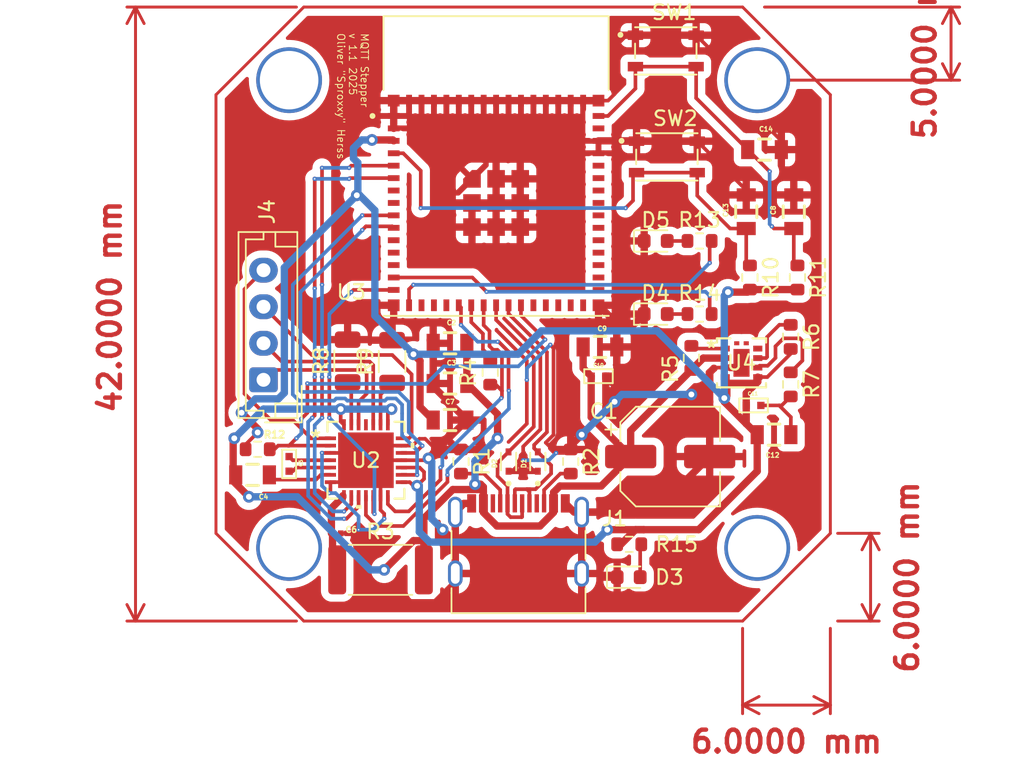
<source format=kicad_pcb>
(kicad_pcb (version 20221018) (generator pcbnew)
  (layers (0 "F.Cu" mixed) (31 "B.Cu" signal) (34 "B.Paste" user) (35 "F.Paste" user) (36 "B.SilkS" user "B.Silkscreen") (37 "F.SilkS" user "F.Silkscreen") (38 "B.Mask" user) (39 "F.Mask" user) (44 "Edge.Cuts" user))
  (net 0 "")
  (net 1 "GND")
  (net 2 "+5V")
  (net 3 "Net-(U2-VCP)")
  (net 4 "Net-(U2-CPI)")
  (net 5 "Net-(U2-CPO)")
  (net 6 "Net-(U2-5VOUT)")
  (net 8 "+3V3")
  (net 9 "Net-(U3-EN)")
  (net 10 "Net-(C11-Pad1)")
  (net 11 "Net-(U3-IO0)")
  (net 12 "DP")
  (net 13 "DM")
  (net 14 "Net-(D3-A)")
  (net 15 "Net-(D4-A)")
  (net 16 "Net-(D5-A)")
  (net 17 "Net-(J1-CC1)")
  (net 19 "Net-(J1-CC2)")
  (net 21 "Net-(J4-Pin_1)")
  (net 22 "Net-(J4-Pin_2)")
  (net 23 "Net-(J4-Pin_3)")
  (net 24 "Net-(J4-Pin_4)")
  (net 25 "Net-(U3-IO17)")
  (net 26 "Net-(U2-PDN_UART)")
  (net 27 "Net-(U4-EN)")
  (net 28 "Net-(U4-PG)")
  (net 29 "Net-(U4-FB)")
  (net 30 "Net-(U2-BRB)")
  (net 31 "Net-(U2-BRA)")
  (net 32 "TMC_EN")
  (net 33 "LED2")
  (net 34 "LED1")
  (net 35 "MS1")
  (net 36 "MS2")
  (net 37 "DIAG")
  (net 38 "INDEX")
  (net 39 "STEP")
  (net 40 "DIR")
  (footprint "Resistor_SMD:R_0603_1608Metric" (layer "F.Cu") (at 129.0375 66.311999 -90)
    (fp_text reference "R7")
    (fp_text value "R 10k" hide)
  )
  (footprint "ExtraModulesSproxx:Capacitor 0805" (layer "F.Cu") (at 105.75 68.75 180)
    (fp_text reference "C7")
    (fp_text value "C 100n" hide)
  )
  (footprint "Resistor_SMD:R_0603_1608Metric" (layer "F.Cu") (at 92.6 70.75 180)
    (fp_text reference "R12")
    (fp_text value "R 10k" hide)
  )
  (footprint "Resistor_SMD:R_1206_3216Metric" (layer "F.Cu") (at 101.79 64.75 90)
    (fp_text reference "R9")
    (fp_text value "R 100m" hide)
  )
  (footprint "ExtraModulesSproxx:C 0603" (layer "F.Cu") (at 98 76.5)
    (fp_text reference "C6")
    (fp_text value "C 10μf" hide)
  )
  (footprint "ExtraModulesSproxx:Capacitor 0805" (layer "F.Cu") (at 127.25 50.25)
    (fp_text reference "C14")
    (fp_text value "C 1uf" hide)
  )
  (footprint "Resistor_SMD:R_0603_1608Metric" (layer "F.Cu") (at 126.25 59 -90)
    (fp_text reference "R10")
    (fp_text value "R 10k" hide)
  )
  (footprint "ExtraModulesSproxx:Capacitor 0402" (layer "F.Cu") (at 126.5 67.75)
    (fp_text reference "C11")
    (fp_text value "C 22uf" hide)
  )
  (footprint "Connector_JST:JST_EH_B4B-EH-A_1x04_P2.50mm_Vertical" (layer "F.Cu") (at 93 66 90)
    (fp_text reference "J4")
    (fp_text value "Conn_01x04_Socket" hide)
  )
  (footprint "Resistor_SMD:R_0603_1608Metric" (layer "F.Cu") (at 129.5 59 -90)
    (fp_text reference "R11")
    (fp_text value "R 4.7k" hide)
  )
  (footprint "ExtraModulesSproxx:Capacitor 0805" (layer "F.Cu") (at 126 54.5 90)
    (fp_text reference "C13")
    (fp_text value "C 0.1μf" hide)
  )
  (footprint "ExtraModulesSproxx:Capacitor 0402" (layer "F.Cu") (at 115.9 65.75)
    (fp_text reference "C10")
    (fp_text value "C 22uf" hide)
  )
  (footprint "Resistor_SMD:R_0603_1608Metric" (layer "F.Cu") (at 114 71.59 -90)
    (fp_text reference "R2")
    (fp_text value "R 5.1K" hide)
  )
  (footprint "LED_SMD:LED_0603_1608Metric" (layer "F.Cu") (at 119.81 56.5)
    (fp_text reference "D5")
    (fp_text value "MQTT")
  )
  (footprint "ExtraModulesSproxx:XCVR_ESP32-S3-MINI-1-N8" (layer "F.Cu") (at 108.9 53.9)
    (fp_text reference "U3")
    (fp_text value "ESP32-S3-MINI-1-N8" hide)
  )
  (footprint "ExtraModulesSproxx:Capacitor 0805" (layer "F.Cu") (at 116 63.75 180)
    (fp_text reference "C9")
    (fp_text value "C 0.1uf" hide)
  )
  (footprint "ExtraModulesSproxx:SW_PTS810_SJM_250_SMTR_LFS" (layer "F.Cu") (at 120.575 50.75)
    (fp_text reference "SW2")
    (fp_text value "SW_Push")
  )
  (footprint "Resistor_SMD:R_2512_6332Metric" (layer "F.Cu") (at 101 79)
    (fp_text reference "R3")
    (fp_text value "R 10" hide)
  )
  (footprint "Resistor_SMD:R_0603_1608Metric" (layer "F.Cu") (at 118 77.25 180)
    (fp_text reference "R15")
    (fp_text value "R 2k" hide)
  )
  (footprint "LED_SMD:LED_0603_1608Metric" (layer "F.Cu") (at 117.9625 79.5)
    (fp_text reference "D3")
    (fp_text value "PWR")
  )
  (footprint "LED_SMD:LED_0603_1608Metric" (layer "F.Cu") (at 119.81 61.5)
    (fp_text reference "D4")
    (fp_text value "WiFi")
  )
  (footprint "Resistor_SMD:R_0603_1608Metric" (layer "F.Cu") (at 122.81 61.5)
    (fp_text reference "R14")
    (fp_text value "R 1k" hide)
  )
  (footprint "Connector_USB:USB_C_Receptacle_G-Switch_GT-USB-7010ASV" (layer "F.Cu") (at 110.43 78.175)
    (fp_text reference "J1")
    (fp_text value "USB_C_Receptacle_USB2.0" hide)
  )
  (footprint "Resistor_SMD:R_0603_1608Metric" (layer "F.Cu") (at 129.0375 63.061999 -90)
    (fp_text reference "R6")
    (fp_text value "R 100k" hide)
  )
  (footprint "Resistor_SMD:R_1206_3216Metric" (layer "F.Cu") (at 98.75 64.7125 90)
    (fp_text reference "R8")
    (fp_text value "R 100m" hide)
  )
  (footprint "ExtraModulesSproxx:TVS_LESD5D5.0CT1G" (layer "F.Cu") (at 109.75 71.59 90)
    (fp_text reference "D2")
    (fp_text value "LESD5D5.0CT1G" hide)
  )
  (footprint "ExtraModulesSproxx:Capacitor 0805" (layer "F.Cu") (at 92.25 72.5 180)
    (fp_text reference "C4")
    (fp_text value "C 100n" hide)
  )
  (footprint "Capacitor_SMD:CP_Elec_6.3x7.7" (layer "F.Cu") (at 120.8 71.25)
    (fp_text reference "C1")
    (fp_text value "C 100μf" hide)
  )
  (footprint "ExtraModulesSproxx:QFN28_5X5_3X8_EPAD_TRI" (layer "F.Cu") (at 100 71.5)
    (fp_text reference "U2")
    (fp_text value "TMC2209-LA-T")
  )
  (footprint "ExtraModulesSproxx:SW_PTS810_SJM_250_SMTR_LFS" (layer "F.Cu") (at 120.5 43.5)
    (fp_text reference "SW1")
    (fp_text value "SW_Push")
  )
  (footprint "ExtraModulesSproxx:Capacitor 0805" (layer "F.Cu") (at 127.9 69.75 180)
    (fp_text reference "C12")
    (fp_text value "C 0.1uf" hide)
  )
  (footprint "ExtraModulesSproxx:Capacitor 0805" (layer "F.Cu") (at 105.75 66.25)
    (fp_text reference "C3")
    (fp_text value "C 100n" hide)
  )
  (footprint "ExtraModulesSproxx:Capacitor 0805" (layer "F.Cu") (at 129.25 54.5 90)
    (fp_text reference "C8")
    (fp_text value "C 0.1uf" hide)
  )
  (footprint "Resistor_SMD:R_0603_1608Metric" (layer "F.Cu") (at 122.81 56.5)
    (fp_text reference "R13")
    (fp_text value "R 1k" hide)
  )
  (footprint "ExtraModulesSproxx:LGA_MPM3612_MNP" (layer "F.Cu") (at 125.675 64.837)
    (fp_text reference "U4")
    (fp_text value "MPM3612-33")
  )
  (footprint "Resistor_SMD:R_0603_1608Metric" (layer "F.Cu") (at 122.25 64.5 90)
    (fp_text reference "R5")
    (fp_text value "R 100k" hide)
  )
  (footprint "ExtraModulesSproxx:TVS_LESD5D5.0CT1G" (layer "F.Cu") (at 111.75 71.59 90)
    (fp_text reference "D1")
    (fp_text value "LESD5D5.0CT1G" hide)
  )
  (footprint "ExtraModulesSproxx:Capacitor 0805" (layer "F.Cu") (at 105.75 63.5)
    (fp_text reference "C2")
    (fp_text value "C 100n" hide)
  )
  (footprint "Resistor_SMD:R_0603_1608Metric" (layer "F.Cu") (at 108.5 65.5 -90)
    (fp_text reference "R4")
    (fp_text value "R 1k" hide)
  )
  (footprint "ExtraModulesSproxx:Capacitor 0402" (layer "F.Cu") (at 94.75 71.75 -90)
    (fp_text reference "C5")
    (fp_text value "C 22n" hide)
  )
  (footprint "Resistor_SMD:R_0603_1608Metric" (layer "F.Cu") (at 106.5 71.59 -90)
    (fp_text reference "R1")
    (fp_text value "R 5.1K" hide)
  )
  (gr_line (start 95.75 82.5) (end 89.75 76.5) (stroke (width 0.2)) (layer "F.Cu"))
  (gr_circle (center 94.75 77.5) (end 96.75 77.5) (stroke (width 0.2)) (fill none) (layer "F.Cu"))
  (gr_line (start 131.75 76.5) (end 131.75 46.5) (stroke (width 0.2)) (layer "F.Cu"))
  (gr_line (start 95.75 40.5) (end 125.75 40.5) (stroke (width 0.2)) (layer "F.Cu"))
  (gr_circle (center 94.75 45.5) (end 96.75 45.5) (stroke (width 0.2)) (fill none) (layer "F.Cu"))
  (gr_line (start 89.75 46.5) (end 95.75 40.5) (stroke (width 0.2)) (layer "F.Cu"))
  (gr_circle (center 126.75 45.5) (end 128.75 45.5) (stroke (width 0.2)) (fill none) (layer "F.Cu"))
  (gr_line (start 125.75 40.5) (end 131.75 46.5) (stroke (width 0.2)) (layer "F.Cu"))
  (gr_line (start 95.75 82.5) (end 125.75 82.5) (stroke (width 0.2)) (layer "F.Cu"))
  (gr_line (start 125.75 82.5) (end 131.75 76.5) (stroke (width 0.2)) (layer "F.Cu"))
  (gr_line (start 89.75 46.5) (end 89.75 76.5) (stroke (width 0.2)) (layer "F.Cu"))
  (gr_circle (center 126.75 77.5) (end 128.75 77.5) (stroke (width 0.2)) (fill none) (layer "F.Cu"))
  (gr_text "MQTT Stepper\nv 1.1 2025\nOliver {dblquote}Sproxxy{dblquote} Herss" (at 98 42.25 270) (layer "F.SilkS") (effects (font (size 0.5 0.5) (thickness 0.0625)) (justify left bottom)))
  (dimension (type aligned) (layer "F.Cu") (pts (xy 95.75 82.5) (xy 95.75 40.5)) (height -11.5) (gr_text "42.0000 mm" (at 82.5 61 90) (layer "F.Cu") (effects (font (size 1.5 1.5) (thickness 0.3)))) (format (prefix "") (suffix "") (units 3) (units_format 1) (precision 4)) (style (thickness 0.2) (arrow_length 1.27) (text_position_mode 2) (extension_height 0.58642) (extension_offset 0.5) keep_text_aligned))
  (dimension (type aligned) (layer "F.Cu") (pts (xy 126.75 45.5) (xy 126.75 40.5)) (height 13.25) (gr_text "5.0000 mm" (at 138.2 43 90) (layer "F.Cu") (effects (font (size 1.5 1.5) (thickness 0.3)))) (format (prefix "") (suffix "") (units 3) (units_format 1) (precision 4)) (style (thickness 0.2) (arrow_length 1.27) (text_position_mode 0) (extension_height 0.58642) (extension_offset 0.5) keep_text_aligned))
  (dimension (type aligned) (layer "F.Cu") (pts (xy 131.75 82.5) (xy 125.75 82.5)) (height -5.75) (gr_text "6.0000 mm" (at 128.75 90.75) (layer "F.Cu") (effects (font (size 1.5 1.5) (thickness 0.3)))) (format (prefix "") (suffix "") (units 3) (units_format 1) (precision 4)) (style (thickness 0.2) (arrow_length 1.27) (text_position_mode 2) (extension_height 0.58642) (extension_offset 0.5) keep_text_aligned))
  (dimension (type aligned) (layer "F.Cu") (pts (xy 131.75 82.5) (xy 131.75 76.5)) (height 2.75) (gr_text "6.0000 mm" (at 137 79.5 90) (layer "F.Cu") (effects (font (size 1.5 1.5) (thickness 0.3)))) (format (prefix "") (suffix "") (units 3) (units_format 1) (precision 4)) (style (thickness 0.2) (arrow_length 1.27) (text_position_mode 2) (extension_height 0.58642) (extension_offset 0.5) keep_text_aligned))
  (via (at 126.75 45.5) (size 4.5) (drill 4) (layers "F.Cu" "B.Cu") (net 0))
  (via (at 126.75 77.5) (size 4.5) (drill 4) (layers "F.Cu" "B.Cu") (net 0))
  (via (at 94.75 77.5) (size 4.5) (drill 4) (layers "F.Cu" "B.Cu") (net 0))
  (via (at 94.75 45.5) (size 4.5) (drill 4) (layers "F.Cu" "B.Cu") (net 0))
  (segment (start 114.75 75.05) (end 119.7 75.05) (width 0.5) (layer "F.Cu") (net 1))
  (segment (start 104.6 66.25) (end 104.6 66.45) (width 0.5) (layer "F.Cu") (net 1))
  (segment (start 100 71.5) (end 99.7677 71.5) (width 0.25) (layer "F.Cu") (net 1))
  (segment (start 104.75 81.25) (end 101.75 81.25) (width 0.5) (layer "F.Cu") (net 1))
  (segment (start 101.9 48.8) (end 101.9 47.95) (width 0.5) (layer "F.Cu") (net 1))
  (segment (start 101.000001 73.9257) (end 101.000001 74.907203) (width 0.25) (layer "F.Cu") (net 1))
  (segment (start 123 67) (end 122.25 67) (width 0.5) (layer "F.Cu") (net 1))
  (segment (start 111.925 69.391396) (end 111.925 64.288604) (width 0.25) (layer "F.Cu") (net 1))
  (segment (start 110.75 70.566396) (end 111.925 69.391396) (width 0.25) (layer "F.Cu") (net 1))
  (segment (start 123.75 46.75) (end 123.75 43.6) (width 0.25) (layer "F.Cu") (net 1))
  (segment (start 123.788001 65.211999) (end 123.8 65.211999) (width 0.5) (layer "F.Cu") (net 1))
  (segment (start 97.000001 71.000001) (end 97 71) (width 0.25) (layer "F.Cu") (net 1))
  (segment (start 119.7 75.05) (end 123.5 71.25) (width 0.5) (layer "F.Cu") (net 1))
  (segment (start 104.15 71.5) (end 102.4257 71.5) (width 0.25) (layer "F.Cu") (net 1))
  (segment (start 101.75 81.25) (end 100.25 79.75) (width 0.5) (layer "F.Cu") (net 1))
  (segment (start 100 72.267701) (end 101.000001 73.267702) (width 0.25) (layer "F.Cu") (net 1))
  (segment (start 111 46.9) (end 115.9 46.9) (width 0.5) (layer "F.Cu") (net 1))
  (segment (start 113.75 70.75) (end 114.75 69.75) (width 0.5) (layer "F.Cu") (net 1))
  (segment (start 101.79 61.01) (end 101.9 60.9) (width 0.5) (layer "F.Cu") (net 1))
  (segment (start 114.75 79.25) (end 116.925 79.25) (width 0.25) (layer "F.Cu") (net 1))
  (segment (start 111.0005 68.9995) (end 111.0005 66) (width 0.25) (layer "F.Cu") (net 1))
  (segment (start 106.265 70.765) (end 106.5 70.765) (width 0.5) (layer "F.Cu") (net 1))
  (segment (start 98.232301 71.000001) (end 97.5743 71.000001) (width 0.25) (layer "F.Cu") (net 1))
  (segment (start 111 65) (end 111 64.684746) (width 0.25) (layer "F.Cu") (net 1))
  (segment (start 109.818198 62.181802) (end 109.443198 61.806802) (width 0.25) (layer "F.Cu") (net 1))
  (segment (start 114.75 75.05) (end 114.23 75.05) (width 0.25) (layer "F.Cu") (net 1))
  (segment (start 117.15 62.15) (end 118.3725 62.15) (width 0.5) (layer "F.Cu") (net 1))
  (segment (start 118.425 42.425) (end 122.575 42.425) (width 0.25) (layer "F.Cu") (net 1))
  (segment (start 105.575 70.075) (end 106.265 70.765) (width 0.5) (layer "F.Cu") (net 1))
  (segment (start 99.7677 71.5) (end 98.2677 73) (width 0.25) (layer "F.Cu") (net 1))
  (segment (start 106.11 79.89) (end 104.75 81.25) (width 0.5) (layer "F.Cu") (net 1))
  (segment (start 107.23 74.45) (end 106.71 74.45) (width 0.5) (layer "F.Cu") (net 1))
  (segment (start 125.675 64.837) (end 125.537 64.837) (width 0.5) (layer "F.Cu") (net 1))
  (segment (start 117 66.35) (end 116.4 65.75) (width 0.5) (layer "F.Cu") (net 1))
  (segment (start 113 71) (end 112.294594 70.294594) (width 0.25) (layer "F.Cu") (net 1))
  (segment (start 112.825 69.764188) (end 112.825 63.825) (width 0.25) (layer "F.Cu") (net 1))
  (segment (start 114.23 75.05) (end 113.63 74.45) (width 0.5) (layer "F.Cu") (net 1))
  (segment (start 111.925 64.288604) (end 109.818198 62.181802) (width 0.25) (layer "F.Cu") (net 1))
  (segment (start 104.825 70.825) (end 105.575 70.075) (width 0.5) (layer "F.Cu") (net 1))
  (segment (start 110.75 71.5) (end 110.75 70.566396) (width 0.25) (layer "F.Cu") (net 1))
  (segment (start 104.6 63.5) (end 104.6 66.25) (width 0.5) (layer "F.Cu") (net 1))
  (segment (start 126 53.025) (end 122.65 49.675) (width 0.25) (layer "F.Cu") (net 1))
  (segment (start 117.825 42.425) (end 118.425 42.425) (width 0.25) (layer "F.Cu") (net 1))
  (segment (start 110 72.25) (end 110.75 71.5) (width 0.25) (layer "F.Cu") (net 1))
  (segment (start 113.75 70.765) (end 113.75 70.75) (width 0.5) (layer "F.Cu") (net 1))
  (segment (start 100 71.5) (end 98.7323 71.5) (width 0.25) (layer "F.Cu") (net 1))
  (segment (start 106.11 79.25) (end 106.11 77.11) (width 0.5) (layer "F.Cu") (net 1))
  (segment (start 101.9 47.95) (end 101.9 46.9) (width 0.5) (layer "F.Cu") (net 1))
  (segment (start 104.277341 71.372659) (end 104.15 71.5) (width 0.25) (layer "F.Cu") (net 1))
  (segment (start 101.9 46.9) (end 111 46.9) (width 0.5) (layer "F.Cu") (net 1))
  (segment (start 113 71) (end 113.765 71) (width 0.25) (layer "F.Cu") (net 1))
  (segment (start 109.75 70.25) (end 111.0005 68.9995) (width 0.25) (layer "F.Cu") (net 1))
  (segment (start 101.000001 73.267702) (end 101.000001 73.9257) (width 0.25) (layer "F.Cu") (net 1))
  (segment (start 117.15 66.2) (end 117.15 63.75) (width 0.5) (layer "F.Cu") (net 1))
  (segment (start 112.75 63.75) (end 112.603201 63.603201) (width 0.25) (layer "F.Cu") (net 1))
  (segment (start 118.475 49.65) (end 118.5 49.675) (width 0.5) (layer "F.Cu") (net 1))
  (segment (start 99.5 76.25) (end 99.5 76.841) (width 0.5) (layer "F.Cu") (net 1))
  (segment (start 117.15 62.15) (end 115.9 60.9) (width 0.5) (layer "F.Cu") (net 1))
  (segment (start 123.5 65.5) (end 123.5 67.5) (width 0.5) (layer "F.Cu") (net 1))
  (segment (start 104.277341 71.372659) (end 104.825 70.825) (width 0.5) (layer "F.Cu") (net 1))
  (segment (start 116.55 46.9) (end 117 46.45) (width 0.25) (layer "F.Cu") (net 1))
  (segment (start 100 71.5) (end 100 72.267701) (width 0.25) (layer "F.Cu") (net 1))
  (segment (start 118.5 49.675) (end 122.65 49.675) (width 0.5) (layer "F.Cu") (net 1))
  (segment (start 111.0005 65.0005) (end 111 65) (width 0.25) (layer "F.Cu") (net 1))
  (segment (start 117 46.45) (end 117 43.25) (width 0.25) (layer "F.Cu") (net 1))
  (segment (start 125.211999 65.162001) (end 124.902451 65.162001) (width 0.5) (layer "F.Cu") (net 1))
  (segment (start 123.5 67.5) (end 123.5 71.25) (width 0.5) (layer "F.Cu") (net 1))
  (segment (start 117 43.25) (end 117.825 42.425) (width 0.25) (layer "F.Cu") (net 1))
  (segment (start 128.4 49.65) (end 127.75 49) (width 0.25) (layer "F.Cu") (net 1))
  (segment (start 105.575 70.075) (end 106.9 68.75) (width 0.5) (layer "F.Cu") (net 1))
  (segment (start 104.575 70.557297) (end 104.575 71.075) (width 0.25) (layer "F.Cu") (net 1))
  (segment (start 106.11 75.05) (end 106.11 79.25) (width 0.5) (layer "F.Cu") (net 1))
  (segment (start 117 66.35) (end 117.15 66.2) (width 0.5) (layer "F.Cu") (net 1))
  (segment (start 119.0225 61.5) (end 119.0225 56.5) (width 0.5) (layer "F.Cu") (net 1))
  (segment (start 97.5743 73.6757) (end 97.5 73.75) (width 0.25) (layer "F.Cu") (net 1))
  (segment (start 104.575 71.075) (end 104.277341 71.372659) (width 0.25) (layer "F.Cu") (net 1))
  (segment (start 111.0005 66) (end 111.0005 65.0005) (width 0.25) (layer "F.Cu") (net 1))
  (segment (start 125.349999 65.162001) (end 125.675 64.837) (width 0.25) (layer "F.Cu") (net 1))
  (segment (start 115.9 46.9) (end 116.55 46.9) (width 0.25) (layer "F.Cu") (net 1))
  (segment (start 101.000001 70.499999) (end 102.4257 70.499999) (width 0.25) (layer "F.Cu") (net 1))
  (segment (start 126 53.35) (end 126 53.025) (width 0.25) (layer "F.Cu") (net 1))
  (segment (start 104.825 70.325) (end 104.825 70.825) (width 0.25) (layer "F.Cu") (net 1))
  (segment (start 111.75 72.25) (end 111.5 72.25) (width 0.25) (layer "F.Cu") (net 1))
  (segment (start 123.75 43.6) (end 122.575 42.425) (width 0.25) (layer "F.Cu") (net 1))
  (segment (start 117.15 63.75) (end 117.15 62.15) (width 0.5) (layer "F.Cu") (net 1))
  (segment (start 111 64.684746) (end 108.931802 62.616548) (width 0.25) (layer "F.Cu") (net 1))
  (segment (start 106.11 79.25) (end 114.75 79.25) (width 0.5) (layer "F.Cu") (net 1))
  (segment (start 101.000001 74.907203) (end 101.25 75.157202) (width 0.25) (layer "F.Cu") (net 1))
  (segment (start 98.7323 71.5) (end 98.232301 71.000001) (width 0.25) (layer "F.Cu") (net 1))
  (segment (start 117 67.5) (end 117 66.35) (width 0.5) (layer "F.Cu") (net 1))
  (segment (start 114.75 79.25) (end 114.75 75.05) (width 0.5) (layer "F.Cu") (net 1))
  (segment (start 104.6 66.45) (end 106.9 68.75) (width 0.5) (layer "F.Cu") (net 1))
  (segment (start 100 71.5) (end 101.000001 70.499999) (width 0.25) (layer "F.Cu") (net 1))
  (segment (start 128.4 50.25) (end 128.4 49.65) (width 0.25) (layer "F.Cu") (net 1))
  (segment (start 123.788001 65.211999) (end 123.5 65.5) (width 0.5) (layer "F.Cu") (net 1))
  (segment (start 112.294594 70.294594) (end 112.825 69.764188) (width 0.25) (layer "F.Cu") (net 1))
  (segment (start 113.765 71) (end 114 70.765) (width 0.25) (layer "F.Cu") (net 1))
  (segment (start 118.3725 62.15) (end 119.0225 61.5) (width 0.5) (layer "F.Cu") (net 1))
  (segment (start 126 49) (end 123.75 46.75) (width 0.25) (layer "F.Cu") (net 1))
  (segment (start 103.657275 70.033076) (end 104.050779 70.033076) (width 0.25) (layer "F.Cu") (net 1))
  (segment (start 104.3875 63.2875) (end 104.6 63.5) (width 0.5) (layer "F.Cu") (net 1))
  (segment (start 101.25 75.157202) (end 101.25 75.5) (width 0.25) (layer "F.Cu") (net 1))
  (segment (start 123.837999 65.162001) (end 124.5625 65.162001) (width 0.25) (layer "F.Cu") (net 1))
  (segment (start 123.5 67.5) (end 123 67) (width 0.5) (layer "F.Cu") (net 1))
  (segment (start 105.7 46.9) (end 106.35 46.9) (width 0.5) (layer "F.Cu") (net 1))
  (segment (start 97.5743 71.000001) (end 97.000001 71.000001) (width 0.25) (layer "F.Cu") (net 1))
  (segment (start 97.5743 73) (end 97.5743 73.6757) (width 0.25) (layer "F.Cu") (net 1))
  (segment (start 100 71.5) (end 102.4257 71.5) (width 0.25) (layer "F.Cu") (net 1))
  (segment (start 103.190352 70.499999) (end 103.657275 70.033076) (width 0.25) (layer "F.Cu") (net 1))
  (segment (start 116.925 79.25) (end 117.175 79.5) (width 0.25) (layer "F.Cu") (net 1))
  (segment (start 106.11 77.11) (end 105.25 76.25) (width 0.5) (layer "F.Cu") (net 1))
  (segment (start 127.75 49) (end 126 49) (width 0.25) (layer "F.Cu") (net 1))
  (segment (start 98.2677 73) (end 97.5743 73) (width 0.25) (layer "F.Cu") (net 1))
  (segment (start 112.825 63.825) (end 112.75 63.75) (width 0.25) (layer "F.Cu") (net 1))
  (segment (start 115.9 49.65) (end 118.475 49.65) (width 0.5) (layer "F.Cu") (net 1))
  (segment (start 110.75 71.5) (end 111.5 72.25) (width 0.25) (layer "F.Cu") (net 1))
  (segment (start 126 53.35) (end 129.5 53.35) (width 0.25) (layer "F.Cu") (net 1))
  (segment (start 106.71 74.45) (end 106.11 75.05) (width 0.5) (layer "F.Cu") (net 1))
  (segment (start 125.537 64.837) (end 125.211999 65.162001) (width 0.5) (layer "F.Cu") (net 1))
  (segment (start 108.931802 62.616548) (end 108.931802 62.568198) (width 0.25) (layer "F.Cu") (net 1))
  (segment (start 109.75 72.25) (end 110 72.25) (width 0.25) (layer "F.Cu") (net 1))
  (segment (start 102.4257 70.499999) (end 103.190352 70.499999) (width 0.25) (layer "F.Cu") (net 1))
  (segment (start 106.11 79.25) (end 106.11 79.89) (width 0.5) (layer "F.Cu") (net 1))
  (segment (start 104.050779 70.033076) (end 104.575 70.557297) (width 0.25) (layer "F.Cu") (net 1))
  (segment (start 123.788001 65.211999) (end 123.837999 65.162001) (width 0.25) (layer "F.Cu") (net 1))
  (via micro (at 111.0005 66) (size 0.3) (drill 0.1) (layers "F.Cu" "B.Cu") (net 1))
  (via micro (at 112.603201 63.603201) (size 0.3) (drill 0.1) (layers "F.Cu" "B.Cu") (net 1))
  (via (at 114.75 69.75) (size 0.8) (drill 0.4) (layers "F.Cu" "B.Cu") (net 1))
  (via micro (at 97.5 73.75) (size 0.3) (drill 0.1) (layers "F.Cu" "B.Cu") (net 1))
  (via (at 122.25 67) (size 0.8) (drill 0.4) (layers "F.Cu" "B.Cu") (net 1))
  (via (at 117 67.5) (size 0.8) (drill 0.4) (layers "F.Cu" "B.Cu") (net 1))
  (via (at 104.277341 71.372659) (size 0.8) (drill 0.4) (layers "F.Cu" "B.Cu") (net 1))
  (via micro (at 99.5 76.25) (size 0.3) (drill 0.1) (layers "F.Cu" "B.Cu") (net 1))
  (via micro (at 110.75 71.5) (size 0.3) (drill 0.1) (layers "F.Cu" "B.Cu") (net 1))
  (via micro (at 101.25 75.5) (size 0.3) (drill 0.1) (layers "F.Cu" "B.Cu") (net 1))
  (via (at 105.25 76.25) (size 0.8) (drill 0.4) (layers "F.Cu" "B.Cu") (net 1))
  (via micro (at 97 71) (size 0.3) (drill 0.1) (layers "F.Cu" "B.Cu") (net 1))
  (via micro (at 113 71) (size 0.3) (drill 0.1) (layers "F.Cu" "B.Cu") (net 1))
  (segment (start 112.603201 63.603201) (end 111.0005 65.205902) (width 0.25) (layer "B.Cu") (net 1))
  (segment (start 104.277341 71.372659) (end 104.5 71.595318) (width 0.5) (layer "B.Cu") (net 1))
  (segment (start 104.5 75.5) (end 105.25 76.25) (width 0.5) (layer "B.Cu") (net 1))
  (segment (start 100.5 76.25) (end 99.5 76.25) (width 0.25) (layer "B.Cu") (net 1))
  (segment (start 97.921752 73.75) (end 99.5 75.328248) (width 0.25) (layer "B.Cu") (net 1))
  (segment (start 99.5 75.328248) (end 99.5 76.25) (width 0.25) (layer "B.Cu") (net 1))
  (segment (start 112.5 71.5) (end 113 71) (width 0.25) (layer "B.Cu") (net 1))
  (segment (start 104.5 71.595318) (end 104.5 75.5) (width 0.5) (layer "B.Cu") (net 1))
  (segment (start 117.5 67) (end 117 67.5) (width 0.5) (layer "B.Cu") (net 1))
  (segment (start 110.75 71.5) (end 112.5 71.5) (width 0.25) (layer "B.Cu") (net 1))
  (segment (start 114.75 69.75) (end 117 67.5) (width 0.5) (layer "B.Cu") (net 1))
  (segment (start 97.5 73.75) (end 97.921752 73.75) (width 0.25) (layer "B.Cu") (net 1))
  (segment (start 101.25 75.5) (end 100.5 76.25) (width 0.25) (layer "B.Cu") (net 1))
  (segment (start 97 73.25) (end 97.5 73.75) (width 0.25) (layer "B.Cu") (net 1))
  (segment (start 111.0005 65.205902) (end 111.0005 66) (width 0.25) (layer "B.Cu") (net 1))
  (segment (start 122.25 67) (end 117.5 67) (width 0.5) (layer "B.Cu") (net 1))
  (segment (start 97 71) (end 97 73.25) (width 0.25) (layer "B.Cu") (net 1))
  (segment (start 109 68.35) (end 106.9 66.25) (width 0.5) (layer "F.Cu") (net 2))
  (segment (start 107.82464 73.505) (end 107.955 73.505) (width 0.25) (layer "F.Cu") (net 2))
  (segment (start 111.900051 76) (end 112.83 75.070051) (width 0.5) (layer "F.Cu") (net 2))
  (segment (start 105.938274 73.505) (end 107.955 73.505) (width 0.5) (layer "F.Cu") (net 2))
  (segment (start 118.1 71.25) (end 115.4 68.55) (width 0.5) (layer "F.Cu") (net 2))
  (segment (start 92 74) (end 90.925 72.925) (width 0.5) (layer "F.Cu") (net 2))
  (segment (start 90.925 70.075) (end 91 70) (width 0.5) (layer "F.Cu") (net 2))
  (segment (start 103.9625 77) (end 103.9625 79) (width 0.5) (layer "F.Cu") (net 2))
  (segment (start 114.85 63.75) (end 114.85 65.2) (width 0.5) (layer "F.Cu") (net 2))
  (segment (start 101.5 68.25) (end 101.75 68) (width 0.25) (layer "F.Cu") (net 2))
  (segment (start 108.03 73.33) (end 108.03 74.45) (width 0.5) (layer "F.Cu") (net 2))
  (segment (start 107.8395 73.1395) (end 108.03 73.33) (width 0.5) (layer "F.Cu") (net 2))
  (segment (start 112.83 75.070051) (end 112.83 74.45) (width 0.25) (layer "F.Cu") (net 2))
  (segment (start 101.25 79) (end 103.25 77) (width 0.5) (layer "F.Cu") (net 2))
  (segment (start 103.9625 75.480774) (end 105.938274 73.505) (width 0.5) (layer "F.Cu") (net 2))
  (segment (start 108.03 75.070051) (end 108.959949 76) (width 0.5) (layer "F.Cu") (net 2))
  (segment (start 116.085 73.265) (end 118.1 71.25) (width 0.5) (layer "F.Cu") (net 2))
  (segment (start 115.4 68.55) (end 115.4 65.75) (width 0.5) (layer "F.Cu") (net 2))
  (segment (start 98.275499 68) (end 98.275499 68.849799) (width 0.25) (layer "F.Cu") (net 2))
  (segment (start 112.83 73.693172) (end 113.258172 73.265) (width 0.5) (layer "F.Cu") (net 2))
  (segment (start 109 70) (end 109 68.35) (width 0.5) (layer "F.Cu") (net 2))
  (segment (start 107.45914 73.1395) (end 107.8395 73.1395) (width 0.5) (layer "F.Cu") (net 2))
  (segment (start 118.1 69.475) (end 118.1 71.25) (width 0.5) (layer "F.Cu") (net 2))
  (segment (start 108.03 73.58) (end 108.03 74.45) (width 0.5) (layer "F.Cu") (net 2))
  (segment (start 107.45914 73.1395) (end 107.82464 73.505) (width 0.25) (layer "F.Cu") (net 2))
  (segment (start 107.955 73.505) (end 108.03 73.58) (width 0.25) (layer "F.Cu") (net 2))
  (segment (start 108.03 74.45) (end 108.03 75.070051) (width 0.25) (layer "F.Cu") (net 2))
  (segment (start 113.258172 73.265) (end 116.085 73.265) (width 0.5) (layer "F.Cu") (net 2))
  (segment (start 90.925 72.925) (end 90.925 70.075) (width 0.5) (layer "F.Cu") (net 2))
  (segment (start 114.85 65.2) (end 115.4 65.75) (width 0.5) (layer "F.Cu") (net 2))
  (segment (start 108.959949 76) (end 111.900051 76) (width 0.5) (layer "F.Cu") (net 2))
  (segment (start 98.275499 68.849799) (end 98.5 69.0743) (width 0.25) (layer "F.Cu") (net 2))
  (segment (start 103.25 77) (end 103.9625 77) (width 0.5) (layer "F.Cu") (net 2))
  (segment (start 103.9625 77) (end 103.9625 75.480774) (width 0.5) (layer "F.Cu") (net 2))
  (segment (start 112.83 74.45) (end 112.83 73.693172) (width 0.5) (layer "F.Cu") (net 2))
  (segment (start 101.5 69.0743) (end 101.5 68.25) (width 0.25) (layer "F.Cu") (net 2))
  (segment (start 123.063001 64.511999) (end 124.5625 64.511999) (width 0.5) (layer "F.Cu") (net 2))
  (segment (start 122.25 65.325) (end 123.063001 64.511999) (width 0.5) (layer "F.Cu") (net 2))
  (segment (start 122.25 65.325) (end 118.1 69.475) (width 0.5) (layer "F.Cu") (net 2))
  (segment (start 106.9 63.5) (end 106.9 66.25) (width 0.5) (layer "F.Cu") (net 2))
  (via (at 98.275499 68) (size 0.8) (drill 0.4) (layers "F.Cu" "B.Cu") (net 2))
  (via (at 107.45914 73.1395) (size 0.8) (drill 0.4) (layers "F.Cu" "B.Cu") (net 2))
  (via (at 92 74) (size 0.8) (drill 0.4) (layers "F.Cu" "B.Cu") (net 2))
  (via (at 101.75 68) (size 0.8) (drill 0.4) (layers "F.Cu" "B.Cu") (net 2))
  (via (at 101.25 79) (size 0.8) (drill 0.4) (layers "F.Cu" "B.Cu") (net 2))
  (via (at 91 70) (size 0.8) (drill 0.4) (layers "F.Cu" "B.Cu") (net 2))
  (via (at 109 70) (size 0.8) (drill 0.4) (layers "F.Cu" "B.Cu") (net 2))
  (segment (start 107.45914 71.54086) (end 109 70) (width 0.5) (layer "B.Cu") (net 2))
  (segment (start 101.75 68) (end 98.275499 68) (width 0.5) (layer "B.Cu") (net 2))
  (segment (start 98.275499 68) (end 93 68) (width 0.5) (layer "B.Cu") (net 2))
  (segment (start 95.300431 74) (end 100.300431 79) (width 0.5) (layer "B.Cu") (net 2))
  (segment (start 100.300431 79) (end 101.25 79) (width 0.5) (layer "B.Cu") (net 2))
  (segment (start 92 74) (end 95.300431 74) (width 0.5) (layer "B.Cu") (net 2))
  (segment (start 93 68) (end 91 70) (width 0.5) (layer "B.Cu") (net 2))
  (segment (start 107.45914 73.1395) (end 107.45914 71.54086) (width 0.5) (layer "B.Cu") (net 2))
  (segment (start 93.725 72.825) (end 93.4 72.5) (width 0.25) (layer "F.Cu") (net 3))
  (segment (start 96.5913 72.825) (end 93.725 72.825) (width 0.25) (layer "F.Cu") (net 3))
  (segment (start 96.916299 72.500001) (end 97.5743 72.500001) (width 0.25) (layer "F.Cu") (net 3))
  (segment (start 96.916299 72.500001) (end 96.5913 72.825) (width 0.25) (layer "F.Cu") (net 3))
  (segment (start 97.5743 71.999999) (end 95.250001 71.999999) (width 0.25) (layer "F.Cu") (net 4))
  (segment (start 95.250001 71.999999) (end 95 72.25) (width 0.25) (layer "F.Cu") (net 4))
  (segment (start 95 72.25) (end 94.75 72.25) (width 0.25) (layer "F.Cu") (net 4))
  (segment (start 95 71.5) (end 94.75 71.25) (width 0.25) (layer "F.Cu") (net 5))
  (segment (start 97.5743 71.5) (end 95 71.5) (width 0.25) (layer "F.Cu") (net 5))
  (segment (start 98.422999 74.002701) (end 98.422999 73.9257) (width 0.5) (layer "F.Cu") (net 6))
  (segment (start 97.641 74.7847) (end 98.422999 74.002701) (width 0.5) (layer "F.Cu") (net 6))
  (segment (start 97.719 78.6815) (end 97.719 76.5) (width 0.5) (layer "F.Cu") (net 6))
  (segment (start 97.641 74.7847) (end 97.641 76.5) (width 0.5) (layer "F.Cu") (net 6))
  (segment (start 98.0375 79) (end 97.719 78.6815) (width 0.25) (layer "F.Cu") (net 6))
  (segment (start 103.7 67.85) (end 103.7 64.7) (width 0.5) (layer "F.Cu") (net 8))
  (segment (start 103.249503 73.249503) (end 103 73) (width 0.25) (layer "F.Cu") (net 8))
  (segment (start 126.075 60) (end 126.25 59.825) (width 0.5) (layer "F.Cu") (net 8))
  (segment (start 117.430761 77.25) (end 117.175 77.25) (width 0.5) (layer "F.Cu") (net 8))
  (segment (start 126.7875 66.1245) (end 126 66.912) (width 0.5) (layer "F.Cu") (net 8))
  (segment (start 126 69) (end 124.5 67.5) (width 0.5) (layer "F.Cu") (net 8))
  (segment (start 126.75 72.25) (end 122.75 76.25) (width 0.5) (layer "F.Cu") (net 8))
  (segment (start 103.671751 71.999999) (end 103.975 72.303248) (width 0.25) (layer "F.Cu") (net 8))
  (segment (start 124.5625 66.1245) (end 124.675 66.237) (width 0.5) (layer "F.Cu") (net 8))
  (segment (start 122.75 76.25) (end 119 76.25) (width 0.5) (layer "F.Cu") (net 8))
  (segment (start 124.5 67.5) (end 124.5 67.25) (width 0.5) (layer "F.Cu") (net 8))
  (segment (start 126.7875 65.811999) (end 126.7875 66.1245) (width 0.5) (layer "F.Cu") (net 8))
  (segment (start 103.5 73.249503) (end 103.249503 73.249503) (width 0.25) (layer "F.Cu") (net 8))
  (segment (start 129.5 59.825) (end 126.25 59.825) (width 0.5) (layer "F.Cu") (net 8))
  (segment (start 124.675 67.075) (end 124.5 67.25) (width 0.5) (layer "F.Cu") (net 8))
  (segment (start 126.7875 65.811999) (end 127.438001 65.811999) (width 0.25) (layer "F.Cu") (net 8))
  (segment (start 126.675 66.237) (end 126.7875 66.1245) (width 0.5) (layer "F.Cu") (net 8))
  (segment (start 124.675 66.237) (end 124.675 67.075) (width 0.5) (layer "F.Cu") (net 8))
  (segment (start 129.0375 64.2125) (end 129.0375 63.886999) (width 0.25) (layer "F.Cu") (net 8))
  (segment (start 103 73) (end 102.4257 73) (width 0.25) (layer "F.Cu") (net 8))
  (segment (start 102.4257 71.999999) (end 103.671751 71.999999) (width 0.25) (layer "F.Cu") (net 8))
  (segment (start 118.430761 76.25) (end 117.430761 77.25) (width 0.5) (layer "F.Cu") (net 8))
  (segment (start 124.675 66.237) (end 126.675 66.237) (width 0.5) (layer "F.Cu") (net 8))
  (segment (start 126 66.912) (end 126 67.75) (width 0.5) (layer "F.Cu") (net 8))
  (segment (start 126.75 69.75) (end 126.75 72.25) (width 0.5) (layer "F.Cu") (net 8))
  (segment (start 103.975 72.774503) (end 103.5 73.249503) (width 0.25) (layer "F.Cu") (net 8))
  (segment (start 127.438001 65.811999) (end 129.0375 64.2125) (width 0.25) (layer "F.Cu") (net 8))
  (segment (start 92.600688 69.350688) (end 91.5 68.25) (width 0.5) (layer "F.Cu") (net 8))
  (segment (start 119 76.25) (end 118.430761 76.25) (width 0.5) (layer "F.Cu") (net 8))
  (segment (start 92.600688 69.600688) (end 91.775 70.426376) (width 0.25) (layer "F.Cu") (net 8))
  (segment (start 101.839267 49.589267) (end 101.9 49.65) (width 0.5) (layer "F.Cu") (net 8))
  (segment (start 124.75 60) (end 126.075 60) (width 0.5) (layer "F.Cu") (net 8))
  (segment (start 126 69) (end 126.75 69.75) (width 0.5) (layer "F.Cu") (net 8))
  (segment (start 92.600688 69.600688) (end 92.600688 69.350688) (width 0.5) (layer "F.Cu") (net 8))
  (segment (start 100.411789 49.589267) (end 101.839267 49.589267) (width 0.5) (layer "F.Cu") (net 8))
  (segment (start 116.5 76.25) (end 119 76.25) (width 0.5) (layer "F.Cu") (net 8))
  (segment (start 124.5625 65.811999) (end 124.5625 66.1245) (width 0.5) (layer "F.Cu") (net 8))
  (segment (start 126 67.75) (end 126 69) (width 0.5) (layer "F.Cu") (net 8))
  (segment (start 103.7 64.7) (end 103.25 64.25) (width 0.5) (layer "F.Cu") (net 8))
  (segment (start 104.6 68.75) (end 103.7 67.85) (width 0.5) (layer "F.Cu") (net 8))
  (segment (start 103.975 72.303248) (end 103.975 72.774503) (width 0.25) (layer "F.Cu") (net 8))
  (via (at 91.5 68.25) (size 0.8) (drill 0.4) (layers "F.Cu" "B.Cu") (net 8))
  (via (at 99.375 53.375) (size 0.8) (drill 0.4) (layers "F.Cu" "B.Cu") (net 8))
  (via (at 103.5 73.249503) (size 0.8) (drill 0.4) (layers "F.Cu" "B.Cu") (net 8))
  (via (at 124.5 67.25) (size 0.8) (drill 0.4) (layers "F.Cu" "B.Cu") (net 8))
  (via (at 92.600688 69.600688) (size 0.8) (drill 0.4) (layers "F.Cu" "B.Cu") (net 8))
  (via (at 103.25 64.25) (size 0.8) (drill 0.4) (layers "F.Cu" "B.Cu") (net 8))
  (via (at 100.411789 49.589267) (size 0.8) (drill 0.4) (layers "F.Cu" "B.Cu") (net 8))
  (via (at 124.75 60) (size 0.8) (drill 0.4) (layers "F.Cu" "B.Cu") (net 8))
  (via (at 116.5 76.25) (size 0.8) (drill 0.4) (layers "F.Cu" "B.Cu") (net 8))
  (segment (start 99.577082 53.375) (end 100.612299 54.410217) (width 0.5) (layer "B.Cu") (net 8))
  (segment (start 124.5 67.25) (end 124.5 60.25) (width 0.5) (layer "B.Cu") (net 8))
  (segment (start 110.401471 64.25) (end 103.25 64.25) (width 0.5) (layer "B.Cu") (net 8))
  (segment (start 99.449014 51.150389) (end 99.15 50.851375) (width 0.5) (layer "B.Cu") (net 8))
  (segment (start 99.375 53.375) (end 99.449014 53.300986) (width 0.5) (layer "B.Cu") (net 8))
  (segment (start 103.5 73.249503) (end 103.6505 73.400003) (width 0.25) (layer "B.Cu") (net 8))
  (segment (start 104.35 77.1) (end 115.65 77.1) (width 0.5) (layer "B.Cu") (net 8))
  (segment (start 94.014949 67.3) (end 92.45 67.3) (width 0.5) (layer "B.Cu") (net 8))
  (segment (start 99.15 50.851375) (end 99.15 50.147918) (width 0.5) (layer "B.Cu") (net 8))
  (segment (start 100.612299 54.410217) (end 100.612299 61.612299) (width 0.5) (layer "B.Cu") (net 8))
  (segment (start 103.6505 76.4005) (end 104.35 77.1) (width 0.5) (layer "B.Cu") (net 8))
  (segment (start 119.9 62.65) (end 112.001471 62.65) (width 0.5) (layer "B.Cu") (net 8))
  (segment (start 103.6505 73.400003) (end 103.6505 76.4005) (width 0.5) (layer "B.Cu") (net 8))
  (segment (start 94.425 66.889949) (end 94.014949 67.3) (width 0.5) (layer "B.Cu") (net 8))
  (segment (start 115.65 77.1) (end 116.5 76.25) (width 0.5) (layer "B.Cu") (net 8))
  (segment (start 99.375 53.375) (end 94.425 58.325) (width 0.5) (layer "B.Cu") (net 8))
  (segment (start 124.5 67.25) (end 119.9 62.65) (width 0.5) (layer "B.Cu") (net 8))
  (segment (start 99.449014 53.300986) (end 99.449014 51.150389) (width 0.5) (layer "B.Cu") (net 8))
  (segment (start 112.001471 62.65) (end 110.401471 64.25) (width 0.5) (layer "B.Cu") (net 8))
  (segment (start 92.45 67.3) (end 91.5 68.25) (width 0.5) (layer "B.Cu") (net 8))
  (segment (start 94.425 58.325) (end 94.425 66.889949) (width 0.5) (layer "B.Cu") (net 8))
  (segment (start 100.612299 61.612299) (end 103.25 64.25) (width 0.5) (layer "B.Cu") (net 8))
  (segment (start 99.375 53.375) (end 99.577082 53.375) (width 0.5) (layer "B.Cu") (net 8))
  (segment (start 99.708651 49.589267) (end 100.411789 49.589267) (width 0.5) (layer "B.Cu") (net 8))
  (segment (start 99.15 50.147918) (end 99.708651 49.589267) (width 0.5) (layer "B.Cu") (net 8))
  (segment (start 124.5 60.25) (end 124.75 60) (width 0.5) (layer "B.Cu") (net 8))
  (segment (start 127.9 55.65) (end 129.25 55.65) (width 0.25) (layer "F.Cu") (net 9))
  (segment (start 127.75 55.5) (end 127.9 55.65) (width 0.25) (layer "F.Cu") (net 9))
  (segment (start 129.25 57.925) (end 129.5 58.175) (width 0.25) (layer "F.Cu") (net 9))
  (segment (start 122.575 44.575) (end 118.425 44.575) (width 0.25) (layer "F.Cu") (net 9))
  (segment (start 122.575 46.725) (end 122.575 44.575) (width 0.25) (layer "F.Cu") (net 9))
  (segment (start 126.1 50.25) (end 122.575 46.725) (width 0.25) (layer "F.Cu") (net 9))
  (segment (start 126.1 50.25) (end 127.6 51.75) (width 0.25) (layer "F.Cu") (net 9))
  (segment (start 129.6 55.65) (end 129.25 55.65) (width 0.25) (layer "F.Cu") (net 9))
  (segment (start 116.55 47.95) (end 115.9 47.95) (width 0.25) (layer "F.Cu") (net 9))
  (segment (start 129.25 55.65) (end 129.25 57.925) (width 0.25) (layer "F.Cu") (net 9))
  (segment (start 118.425 44.575) (end 118.425 46.075) (width 0.25) (layer "F.Cu") (net 9))
  (segment (start 118.425 46.075) (end 116.55 47.95) (width 0.25) (layer "F.Cu") (net 9))
  (via micro (at 127.75 55.5) (size 0.3) (drill 0.1) (layers "F.Cu" "B.Cu") (net 9))
  (via micro (at 127.6 51.75) (size 0.3) (drill 0.1) (layers "F.Cu" "B.Cu") (net 9))
  (segment (start 127.6 55.35) (end 127.6 51.75) (width 0.25) (layer "B.Cu") (net 9))
  (segment (start 127.75 55.5) (end 127.6 55.35) (width 0.25) (layer "B.Cu") (net 9))
  (segment (start 129.05 68.55) (end 129.05 69.75) (width 0.25) (layer "F.Cu") (net 10))
  (segment (start 127 67.75) (end 128.25 67.75) (width 0.25) (layer "F.Cu") (net 10))
  (segment (start 128.25 67.75) (end 129.05 68.55) (width 0.25) (layer "F.Cu") (net 10))
  (segment (start 128.424499 67.75) (end 129.0375 67.136999) (width 0.25) (layer "F.Cu") (net 10))
  (segment (start 128.25 67.75) (end 128.424499 67.75) (width 0.25) (layer "F.Cu") (net 10))
  (segment (start 118.5 51.825) (end 118.26 52.065) (width 0.25) (layer "F.Cu") (net 11))
  (segment (start 122.65 53.4) (end 124.9 55.65) (width 0.25) (layer "F.Cu") (net 11))
  (segment (start 101.9 50.5) (end 102.55 50.5) (width 0.25) (layer "F.Cu") (net 11))
  (segment (start 103.75 51.7) (end 103.75 54.25) (width 0.25) (layer "F.Cu") (net 11))
  (segment (start 102.55 50.5) (end 103.75 51.7) (width 0.25) (layer "F.Cu") (net 11))
  (segment (start 126 57.925) (end 126.25 58.175) (width 0.25) (layer "F.Cu") (net 11))
  (segment (start 122.65 51.825) (end 122.65 53.4) (width 0.25) (layer "F.Cu") (net 11))
  (segment (start 124.9 55.65) (end 126 55.65) (width 0.25) (layer "F.Cu") (net 11))
  (segment (start 126 55.65) (end 126 57.925) (width 0.25) (layer "F.Cu") (net 11))
  (segment (start 118.26 52.065) (end 118.26 53.74) (width 0.25) (layer "F.Cu") (net 11))
  (segment (start 118.26 53.74) (end 117.75 54.25) (width 0.25) (layer "F.Cu") (net 11))
  (segment (start 118.5 51.825) (end 122.65 51.825) (width 0.25) (layer "F.Cu") (net 11))
  (via micro (at 117.75 54.25) (size 0.3) (drill 0.1) (layers "F.Cu" "B.Cu") (net 11))
  (via micro (at 103.75 54.25) (size 0.3) (drill 0.1) (layers "F.Cu" "B.Cu") (net 11))
  (segment (start 103.75 54.25) (end 117.75 54.25) (width 0.25) (layer "B.Cu") (net 11))
  (segment (start 112.375 69.577792) (end 112.375 64.102208) (width 0.25) (layer "F.Cu") (net 12))
  (segment (start 110.18 74.45) (end 110.18 73.53) (width 0.25) (layer "F.Cu") (net 12))
  (segment (start 112.375 64.102208) (end 109.75 61.477208) (width 0.25) (layer "F.Cu") (net 12))
  (segment (start 110.23 73.48) (end 111.23 73.48) (width 0.25) (layer "F.Cu") (net 12))
  (segment (start 112.661802 71.841802) (end 111.75 70.93) (width 0.25) (layer "F.Cu") (net 12))
  (segment (start 109.75 61.477208) (end 109.75 60.9) (width 0.25) (layer "F.Cu") (net 12))
  (segment (start 111.18 73.66) (end 111 73.48) (width 0.25) (layer "F.Cu") (net 12))
  (segment (start 111.18 74.45) (end 111.18 73.66) (width 0.25) (layer "F.Cu") (net 12))
  (segment (start 111.5 70.452792) (end 112.375 69.577792) (width 0.25) (layer "F.Cu") (net 12))
  (segment (start 110.18 73.53) (end 110.23 73.48) (width 0.25) (layer "F.Cu") (net 12))
  (segment (start 111 73.48) (end 111.593604 73.48) (width 0.25) (layer "F.Cu") (net 12))
  (segment (start 111.5 70.68) (end 111.5 70.452792) (width 0.25) (layer "F.Cu") (net 12))
  (segment (start 111.75 70.93) (end 111.5 70.68) (width 0.25) (layer "F.Cu") (net 12))
  (segment (start 111.593604 73.48) (end 112.661802 72.411802) (width 0.25) (layer "F.Cu") (net 12))
  (segment (start 112.661802 72.411802) (end 112.661802 71.841802) (width 0.25) (layer "F.Cu") (net 12))
  (segment (start 110.655 75.395) (end 110.68 75.37) (width 0.25) (layer "F.Cu") (net 13))
  (segment (start 109.68 75.18) (end 109.895 75.395) (width 0.25) (layer "F.Cu") (net 13))
  (segment (start 108.9 61.9) (end 108.9 60.9) (width 0.25) (layer "F.Cu") (net 13))
  (segment (start 110.68 75.37) (end 110.68 74.45) (width 0.25) (layer "F.Cu") (net 13))
  (segment (start 109 71.68) (end 109.75 70.93) (width 0.25) (layer "F.Cu") (net 13))
  (segment (start 109.75 70.93) (end 111.475 69.205) (width 0.25) (layer "F.Cu") (net 13))
  (segment (start 109.895 75.395) (end 110.655 75.395) (width 0.25) (layer "F.Cu") (net 13))
  (segment (start 109.68 73.27) (end 109 72.59) (width 0.25) (layer "F.Cu") (net 13))
  (segment (start 109.68 74.45) (end 109.68 75.18) (width 0.25) (layer "F.Cu") (net 13))
  (segment (start 109 72.59) (end 109 71.68) (width 0.25) (layer "F.Cu") (net 13))
  (segment (start 111.475 64.475) (end 108.9 61.9) (width 0.25) (layer "F.Cu") (net 13))
  (segment (start 109.68 74.45) (end 109.68 73.27) (width 0.25) (layer "F.Cu") (net 13))
  (segment (start 111.475 69.205) (end 111.475 64.475) (width 0.25) (layer "F.Cu") (net 13))
  (segment (start 118.75 79.5) (end 118.75 77.325) (width 0.25) (layer "F.Cu") (net 14))
  (segment (start 118.75 77.325) (end 118.825 77.25) (width 0.25) (layer "F.Cu") (net 14))
  (segment (start 120.5975 61.5) (end 121.985 61.5) (width 0.25) (layer "F.Cu") (net 15))
  (segment (start 120.5975 56.5) (end 121.985 56.5) (width 0.25) (layer "F.Cu") (net 16))
  (segment (start 109.18 73.53) (end 109.18 74.45) (width 0.25) (layer "F.Cu") (net 17))
  (segment (start 106.5 72.415) (end 108.065 72.415) (width 0.25) (layer "F.Cu") (net 17))
  (segment (start 108.065 72.415) (end 109.18 73.53) (width 0.25) (layer "F.Cu") (net 17))
  (segment (start 112.18 73.53) (end 112.18 74.45) (width 0.25) (layer "F.Cu") (net 19))
  (segment (start 113.295 72.415) (end 112.18 73.53) (width 0.25) (layer "F.Cu") (net 19))
  (segment (start 113.75 72.415) (end 113.295 72.415) (width 0.25) (layer "F.Cu") (net 19))
  (segment (start 99.825 65.325) (end 93.675 65.325) (width 0.25) (layer "F.Cu") (net 21))
  (segment (start 99.500001 69.0743) (end 99.500001 67.499999) (width 0.25) (layer "F.Cu") (net 21))
  (segment (start 100.049999 65.549999) (end 99.825 65.325) (width 0.25) (layer "F.Cu") (net 21))
  (segment (start 93.675 65.325) (end 93 66) (width 0.25) (layer "F.Cu") (net 21))
  (segment (start 100.049999 66.950001) (end 100.049999 65.549999) (width 0.25) (layer "F.Cu") (net 21))
  (segment (start 99.500001 67.499999) (end 100.049999 66.950001) (width 0.25) (layer "F.Cu") (net 21))
  (segment (start 100.499999 69.0743) (end 100.499999 64.999999) (width 0.25) (layer "F.Cu") (net 22))
  (segment (start 100.25 64.75) (end 94.25 64.75) (width 0.25) (layer "F.Cu") (net 22))
  (segment (start 94.25 64.75) (end 93 63.5) (width 0.25) (layer "F.Cu") (net 22))
  (segment (start 100.499999 64.999999) (end 100.25 64.75) (width 0.25) (layer "F.Cu") (net 22))
  (segment (start 102.947304 70) (end 102.4257 70) (width 0.25) (layer "F.Cu") (net 23))
  (segment (start 103.125 69.822304) (end 102.947304 70) (width 0.25) (layer "F.Cu") (net 23))
  (segment (start 93 61) (end 96.3 64.3) (width 0.25) (layer "F.Cu") (net 23))
  (segment (start 101.8 64.3) (end 103.125 65.625) (width 0.25) (layer "F.Cu") (net 23))
  (segment (start 96.3 64.3) (end 101.8 64.3) (width 0.25) (layer "F.Cu") (net 23))
  (segment (start 103.125 65.625) (end 103.125 69.822304) (width 0.25) (layer "F.Cu") (net 23))
  (segment (start 93 58.5) (end 91.7 59.8) (width 0.25) (layer "F.Cu") (net 24))
  (segment (start 95 68.75) (end 96.25 70) (width 0.25) (layer "F.Cu") (net 24))
  (segment (start 93.5 68.75) (end 95 68.75) (width 0.25) (layer "F.Cu") (net 24))
  (segment (start 91.7 66.95) (end 93.5 68.75) (width 0.25) (layer "F.Cu") (net 24))
  (segment (start 91.7 59.8) (end 91.7 66.95) (width 0.25) (layer "F.Cu") (net 24))
  (segment (start 96.25 70) (end 97.5743 70) (width 0.25) (layer "F.Cu") (net 24))
  (segment (start 108 63.925) (end 108.5 64.425) (width 0.25) (layer "F.Cu") (net 25))
  (segment (start 107.2 62.05) (end 108 62.85) (width 0.25) (layer "F.Cu") (net 25))
  (segment (start 107.2 60.9) (end 107.2 62.05) (width 0.25) (layer "F.Cu") (net 25))
  (segment (start 108 62.85) (end 108 63.925) (width 0.25) (layer "F.Cu") (net 25))
  (segment (start 108.7 63.95) (end 108.45 63.7) (width 0.25) (layer "F.Cu") (net 26))
  (segment (start 102.9255 75) (end 102 75) (width 0.25) (layer "F.Cu") (net 26))
  (segment (start 109.3 67.2) (end 109.3 66.75) (width 0.25) (layer "F.Cu") (net 26))
  (segment (start 108.05 62.263604) (end 108.05 60.9) (width 0.25) (layer "F.Cu") (net 26))
  (segment (start 105.0995 72.826) (end 102.9255 75) (width 0.25) (layer "F.Cu") (net 26))
  (segment (start 108.625 66.075) (end 109.3 66.75) (width 0.25) (layer "F.Cu") (net 26))
  (segment (start 109.25 67.25) (end 109.3 67.2) (width 0.25) (layer "F.Cu") (net 26))
  (segment (start 101.5 74.5) (end 101.5 73.9257) (width 0.25) (layer "F.Cu") (net 26))
  (segment (start 105.0995 72) (end 105.0995 72.826) (width 0.25) (layer "F.Cu") (net 26))
  (segment (start 108.5 66.075) (end 108.625 66.075) (width 0.25) (layer "F.Cu") (net 26))
  (segment (start 108.45 62.663604) (end 108.05 62.263604) (width 0.25) (layer "F.Cu") (net 26))
  (segment (start 108.992462 63.95) (end 108.7 63.95) (width 0.25) (layer "F.Cu") (net 26))
  (segment (start 108.45 63.7) (end 108.45 62.663604) (width 0.25) (layer "F.Cu") (net 26))
  (segment (start 102 75) (end 101.5 74.5) (width 0.25) (layer "F.Cu") (net 26))
  (segment (start 109.3 66.75) (end 109.3 64.257538) (width 0.25) (layer "F.Cu") (net 26))
  (segment (start 109.3 64.257538) (end 108.992462 63.95) (width 0.25) (layer "F.Cu") (net 26))
  (via micro (at 105.0995 72) (size 0.3) (drill 0.1) (layers "F.Cu" "B.Cu") (net 26))
  (via micro (at 109.25 67.25) (size 0.3) (drill 0.1) (layers "F.Cu" "B.Cu") (net 26))
  (segment (start 105.225 71.275) (end 105.225 71.8745) (width 0.25) (layer "B.Cu") (net 26))
  (segment (start 109.25 67.25) (end 105.225 71.275) (width 0.25) (layer "B.Cu") (net 26))
  (segment (start 105.225 71.8745) (end 105.0995 72) (width 0.25) (layer "B.Cu") (net 26))
  (segment (start 124.5625 63.862001) (end 122.437001 63.862001) (width 0.25) (layer "F.Cu") (net 27))
  (segment (start 122.437001 63.862001) (end 122.25 63.675) (width 0.25) (layer "F.Cu") (net 27))
  (segment (start 129.0375 62.236999) (end 128.263001 62.236999) (width 0.25) (layer "F.Cu") (net 28))
  (segment (start 128.263001 62.236999) (end 127.425 63.075) (width 0.25) (layer "F.Cu") (net 28))
  (segment (start 127.425 63.075) (end 127.425 64.436999) (width 0.25) (layer "F.Cu") (net 28))
  (segment (start 127.425 64.436999) (end 127.35 64.511999) (width 0.25) (layer "F.Cu") (net 28))
  (segment (start 127.35 64.511999) (end 126.7875 64.511999) (width 0.25) (layer "F.Cu") (net 28))
  (segment (start 128 63.707037) (end 128.545038 63.161999) (width 0.25) (layer "F.Cu") (net 29))
  (segment (start 126.912502 65.036999) (end 127.463001 65.036999) (width 0.25) (layer "F.Cu") (net 29))
  (segment (start 126.7875 65.162001) (end 126.912502 65.036999) (width 0.25) (layer "F.Cu") (net 29))
  (segment (start 128 64.5) (end 128 63.707037) (width 0.25) (layer "F.Cu") (net 29))
  (segment (start 129.8375 63.3375) (end 129.8375 64.686999) (width 0.25) (layer "F.Cu") (net 29))
  (segment (start 127.463001 65.036999) (end 128 64.5) (width 0.25) (layer "F.Cu") (net 29))
  (segment (start 129.8375 64.686999) (end 129.0375 65.486999) (width 0.25) (layer "F.Cu") (net 29))
  (segment (start 129.661999 63.161999) (end 129.8375 63.3375) (width 0.25) (layer "F.Cu") (net 29))
  (segment (start 128.545038 63.161999) (end 129.661999 63.161999) (width 0.25) (layer "F.Cu") (net 29))
  (segment (start 98.999999 69.0743) (end 98.999999 66.424999) (width 0.25) (layer "F.Cu") (net 30))
  (segment (start 98.999999 66.424999) (end 98.75 66.175) (width 0.25) (layer "F.Cu") (net 30))
  (segment (start 101.79 66.2125) (end 101.000001 67.002499) (width 0.25) (layer "F.Cu") (net 31))
  (segment (start 101.000001 67.002499) (end 101.000001 69.0743) (width 0.25) (layer "F.Cu") (net 31))
  (segment (start 95.25 70) (end 94.750001 70.499999) (width 0.25) (layer "F.Cu") (net 32))
  (segment (start 94.675001 70.499999) (end 97.5743 70.499999) (width 0.25) (layer "F.Cu") (net 32))
  (segment (start 94.750001 70.499999) (end 94.675001 70.499999) (width 0.25) (layer "F.Cu") (net 32))
  (segment (start 112.25 63.25) (end 110.6 61.6) (width 0.25) (layer "F.Cu") (net 32))
  (segment (start 94.000001 70.499999) (end 94.675001 70.499999) (width 0.25) (layer "F.Cu") (net 32))
  (segment (start 110.6 61.6) (end 110.6 60.9) (width 0.25) (layer "F.Cu") (net 32))
  (segment (start 96 66.25) (end 96 68.25) (width 0.25) (layer "F.Cu") (net 32))
  (segment (start 96 68.25) (end 95.585523 68.664477) (width 0.25) (layer "F.Cu") (net 32))
  (segment (start 93.425 71.075) (end 94.000001 70.499999) (width 0.25) (layer "F.Cu") (net 32))
  (via micro (at 112.25 63.25) (size 0.3) (drill 0.1) (layers "F.Cu" "B.Cu") (net 32))
  (via micro (at 96 66.25) (size 0.3) (drill 0.1) (layers "F.Cu" "B.Cu") (net 32))
  (via micro (at 95.585523 68.664477) (size 0.3) (drill 0.1) (layers "F.Cu" "B.Cu") (net 32))
  (via micro (at 95.25 70) (size 0.3) (drill 0.1) (layers "F.Cu" "B.Cu") (net 32))
  (segment (start 95.25 70) (end 95.585523 69.664477) (width 0.25) (layer "B.Cu") (net 32))
  (segment (start 105.326328 65.075) (end 104.126828 66.2745) (width 0.25) (layer "B.Cu") (net 32))
  (segment (start 96.0245 66.2745) (end 96 66.25) (width 0.25) (layer "B.Cu") (net 32))
  (segment (start 112.25 63.25) (end 110.425 65.075) (width 0.25) (layer "B.Cu") (net 32))
  (segment (start 95.585523 69.664477) (end 95.585523 68.664477) (width 0.25) (layer "B.Cu") (net 32))
  (segment (start 104.126828 66.2745) (end 96.0245 66.2745) (width 0.25) (layer "B.Cu") (net 32))
  (segment (start 110.425 65.075) (end 105.326328 65.075) (width 0.25) (layer "B.Cu") (net 32))
  (segment (start 102.95 59.8) (end 103.25 59.5) (width 0.25) (layer "F.Cu") (net 33))
  (segment (start 123.5 56.635) (end 123.635 56.5) (width 0.25) (layer "F.Cu") (net 33))
  (segment (start 102.95 60.9) (end 102.95 59.8) (width 0.25) (layer "F.Cu") (net 33))
  (segment (start 123.5 58) (end 123.5 56.635) (width 0.25) (layer "F.Cu") (net 33))
  (via micro (at 103.25 59.5) (size 0.3) (drill 0.1) (layers "F.Cu" "B.Cu") (net 33))
  (via micro (at 123.5 58) (size 0.3) (drill 0.1) (layers "F.Cu" "B.Cu") (net 33))
  (segment (start 103.25 59.5) (end 122 59.5) (width 0.25) (layer "B.Cu") (net 33))
  (segment (start 122 59.5) (end 123.5 58) (width 0.25) (layer "B.Cu") (net 33))
  (segment (start 123.5 60.25) (end 123.5 61.365) (width 0.25) (layer "F.Cu") (net 34))
  (segment (start 101.9 59) (end 107.2755 59) (width 0.25) (layer "F.Cu") (net 34))
  (segment (start 123.5 61.365) (end 123.635 61.5) (width 0.25) (layer "F.Cu") (net 34))
  (segment (start 107.2755 59) (end 108.25 59.9745) (width 0.25) (layer "F.Cu") (net 34))
  (via micro (at 123.5 60.25) (size 0.3) (drill 0.1) (layers "F.Cu" "B.Cu") (net 34))
  (via micro (at 108.25 59.9745) (size 0.3) (drill 0.1) (layers "F.Cu" "B.Cu") (net 34))
  (segment (start 123.2245 59.9745) (end 123.5 60.25) (width 0.25) (layer "B.Cu") (net 34))
  (segment (start 108.25 59.9745) (end 123.2245 59.9745) (width 0.25) (layer "B.Cu") (net 34))
  (segment (start 98.999014 51.35) (end 101.9 51.35) (width 0.25) (layer "F.Cu") (net 35))
  (segment (start 98.999999 73.9257) (end 98.999999 74.500001) (width 0.25) (layer "F.Cu") (net 35))
  (segment (start 98.849014 51.5) (end 98.999014 51.35) (width 0.25) (layer "F.Cu") (net 35))
  (segment (start 97 51.5) (end 97 59.5) (width 0.25) (layer "F.Cu") (net 35))
  (segment (start 98.999999 74.500001) (end 98.5 75) (width 0.25) (layer "F.Cu") (net 35))
  (segment (start 97 68.5995) (end 97 65.7995) (width 0.25) (layer "F.Cu") (net 35))
  (via micro (at 98.5 75) (size 0.3) (drill 0.1) (layers "F.Cu" "B.Cu") (net 35))
  (via micro (at 98.849014 51.5) (size 0.3) (drill 0.1) (layers "F.Cu" "B.Cu") (net 35))
  (via micro (at 97 65.7995) (size 0.3) (drill 0.1) (layers "F.Cu" "B.Cu") (net 35))
  (via micro (at 97 59.5) (size 0.3) (drill 0.1) (layers "F.Cu" "B.Cu") (net 35))
  (via micro (at 97 68.5995) (size 0.3) (drill 0.1) (layers "F.Cu" "B.Cu") (net 35))
  (via micro (at 97 51.5) (size 0.3) (drill 0.1) (layers "F.Cu" "B.Cu") (net 35))
  (segment (start 97 61.328248) (end 97 59.5) (width 0.25) (layer "B.Cu") (net 35))
  (segment (start 97 51.5) (end 98.849014 51.5) (width 0.25) (layer "B.Cu") (net 35))
  (segment (start 98.5 75) (end 97.75 75) (width 0.25) (layer "B.Cu") (net 35))
  (segment (start 96.5 69.0995) (end 97 68.5995) (width 0.25) (layer "B.Cu") (net 35))
  (segment (start 96.5 73.75) (end 96.5 69.0995) (width 0.25) (layer "B.Cu") (net 35))
  (segment (start 97 65.7995) (end 97 61.328248) (width 0.25) (layer "B.Cu") (net 35))
  (segment (start 97.75 75) (end 96.5 73.75) (width 0.25) (layer "B.Cu") (net 35))
  (segment (start 99.500001 74.671751) (end 98.671752 75.5) (width 0.25) (layer "F.Cu") (net 36))
  (segment (start 96.329365 68.599089) (end 96.5 68.428454) (width 0.25) (layer "F.Cu") (net 36))
  (segment (start 98.8995 52.2) (end 101.9 52.2) (width 0.25) (layer "F.Cu") (net 36))
  (segment (start 98.8495 52.25) (end 98.8995 52.2) (width 0.25) (layer "F.Cu") (net 36))
  (segment (start 96.5 59.75) (end 96.5 52.25) (width 0.25) (layer "F.Cu") (net 36))
  (segment (start 96.5 68.428454) (end 96.5 65.7995) (width 0.25) (layer "F.Cu") (net 36))
  (segment (start 99.500001 73.9257) (end 99.500001 74.671751) (width 0.25) (layer "F.Cu") (net 36))
  (segment (start 98.671752 75.5) (end 98.5 75.5) (width 0.25) (layer "F.Cu") (net 36))
  (via micro (at 96.5 65.7995) (size 0.3) (drill 0.1) (layers "F.Cu" "B.Cu") (net 36))
  (via micro (at 98.5 75.5) (size 0.3) (drill 0.1) (layers "F.Cu" "B.Cu") (net 36))
  (via micro (at 96.5 52.25) (size 0.3) (drill 0.1) (layers "F.Cu" "B.Cu") (net 36))
  (via micro (at 96.5 59.75) (size 0.3) (drill 0.1) (layers "F.Cu" "B.Cu") (net 36))
  (via micro (at 98.8495 52.25) (size 0.3) (drill 0.1) (layers "F.Cu" "B.Cu") (net 36))
  (via micro (at 96.329365 68.599089) (size 0.3) (drill 0.1) (layers "F.Cu" "B.Cu") (net 36))
  (segment (start 96.5 52.25) (end 98.8495 52.25) (width 0.25) (layer "B.Cu") (net 36))
  (segment (start 96.5 65.7995) (end 96.5 59.75) (width 0.25) (layer "B.Cu") (net 36))
  (segment (start 96.05 73.936396) (end 96.05 68.878454) (width 0.25) (layer "B.Cu") (net 36))
  (segment (start 96.05 68.878454) (end 96.329365 68.599089) (width 0.25) (layer "B.Cu") (net 36))
  (segment (start 97.613604 75.5) (end 96.05 73.936396) (width 0.25) (layer "B.Cu") (net 36))
  (segment (start 98.5 75.5) (end 97.613604 75.5) (width 0.25) (layer "B.Cu") (net 36))
  (segment (start 102.561896 76) (end 105.574 72.987896) (width 0.25) (layer "F.Cu") (net 37))
  (segment (start 100.75 76) (end 102.561896 76) (width 0.25) (layer "F.Cu") (net 37))
  (segment (start 109.75 64.071142) (end 109.75 66.7255) (width 0.25) (layer "F.Cu") (net 37))
  (segment (start 109 63.393246) (end 109.072104 63.393246) (width 0.25) (layer "F.Cu") (net 37))
  (segment (start 106.5 61.05) (end 106.35 60.9) (width 0.25) (layer "F.Cu") (net 37))
  (segment (start 105.574 72.987896) (end 105.574 72.5) (width 0.25) (layer "F.Cu") (net 37))
  (segment (start 100 73.9257) (end 100 75.25) (width 0.25) (layer "F.Cu") (net 37))
  (segment (start 109.75 66.7255) (end 109.7745 66.75) (width 0.25) (layer "F.Cu") (net 37))
  (segment (start 100 75.25) (end 100.75 76) (width 0.25) (layer "F.Cu") (net 37))
  (segment (start 106.5 62.25) (end 106.5 61.05) (width 0.25) (layer "F.Cu") (net 37))
  (segment (start 109.072104 63.393246) (end 109.75 64.071142) (width 0.25) (layer "F.Cu") (net 37))
  (via micro (at 106.5 62.25) (size 0.3) (drill 0.1) (layers "F.Cu" "B.Cu") (net 37))
  (via micro (at 109.7745 66.75) (size 0.3) (drill 0.1) (layers "F.Cu" "B.Cu") (net 37))
  (via micro (at 109 63.393246) (size 0.3) (drill 0.1) (layers "F.Cu" "B.Cu") (net 37))
  (via micro (at 105.574 72.5) (size 0.3) (drill 0.1) (layers "F.Cu" "B.Cu") (net 37))
  (segment (start 109.7745 66.75) (end 109.7745 67.9755) (width 0.25) (layer "B.Cu") (net 37))
  (segment (start 105.574 72.176) (end 105.574 72.5) (width 0.25) (layer "B.Cu") (net 37))
  (segment (start 107.643246 63.393246) (end 106.5 62.25) (width 0.25) (layer "B.Cu") (net 37))
  (segment (start 109 63.393246) (end 107.643246 63.393246) (width 0.25) (layer "B.Cu") (net 37))
  (segment (start 109.7745 67.9755) (end 105.574 72.176) (width 0.25) (layer "B.Cu") (net 37))
  (segment (start 100.499999 75.078953) (end 100.585523 75.164477) (width 0.25) (layer "F.Cu") (net 38))
  (segment (start 100.499999 73.9257) (end 100.499999 75.078953) (width 0.25) (layer "F.Cu") (net 38))
  (segment (start 97.5 65.7995) (end 97.5 68.5995) (width 0.25) (layer "F.Cu") (net 38))
  (segment (start 99.15 59.85) (end 101.9 59.85) (width 0.25) (layer "F.Cu") (net 38))
  (segment (start 99 60) (end 99.15 59.85) (width 0.25) (layer "F.Cu") (net 38))
  (via micro (at 99 60) (size 0.3) (drill 0.1) (layers "F.Cu" "B.Cu") (net 38))
  (via micro (at 100.585523 75.164477) (size 0.3) (drill 0.1) (layers "F.Cu" "B.Cu") (net 38))
  (via micro (at 97.5 65.7995) (size 0.3) (drill 0.1) (layers "F.Cu" "B.Cu") (net 38))
  (via micro (at 97.5 68.5995) (size 0.3) (drill 0.1) (layers "F.Cu" "B.Cu") (net 38))
  (segment (start 97.5 68.5995) (end 100.585523 71.685023) (width 0.25) (layer "B.Cu") (net 38))
  (segment (start 97.5 65.7995) (end 97.5 61.5) (width 0.25) (layer "B.Cu") (net 38))
  (segment (start 97.5 61.5) (end 99 60) (width 0.25) (layer "B.Cu") (net 38))
  (segment (start 100.585523 71.685023) (end 100.585523 75.164477) (width 0.25) (layer "B.Cu") (net 38))
  (segment (start 99.75 54.75) (end 101.9 54.75) (width 0.25) (layer "F.Cu") (net 39))
  (segment (start 103.5 72.5) (end 102.4257 72.500001) (width 0.25) (layer "F.Cu") (net 39))
  (via micro (at 103.5 72.5) (size 0.3) (drill 0.1) (layers "F.Cu" "B.Cu") (net 39))
  (via micro (at 99.75 54.75) (size 0.3) (drill 0.1) (layers "F.Cu" "B.Cu") (net 39))
  (segment (start 102.475 67.699695) (end 102.050305 67.275) (width 0.25) (layer "B.Cu") (net 39))
  (segment (start 101.299695 67.425) (end 98.725804 67.425) (width 0.25) (layer "B.Cu") (net 39))
  (segment (start 103.424199 70.75) (end 103.5 70.825801) (width 0.25) (layer "B.Cu") (net 39))
  (segment (start 98.575804 67.275) (end 97.975194 67.275) (width 0.25) (layer "B.Cu") (net 39))
  (segment (start 97.975194 67.275) (end 97.825194 67.425) (width 0.25) (layer "B.Cu") (net 39))
  (segment (start 102.475 68.300305) (end 102.475 69.800801) (width 0.25) (layer "B.Cu") (net 39))
  (segment (start 95 59.5) (end 99.75 54.75) (width 0.25) (layer "B.Cu") (net 39))
  (segment (start 95 67) (end 95 59.5) (width 0.25) (layer "B.Cu") (net 39))
  (segment (start 95.425 67.425) (end 95 67) (width 0.25) (layer "B.Cu") (net 39))
  (segment (start 97.825194 67.425) (end 95.425 67.425) (width 0.25) (layer "B.Cu") (net 39))
  (segment (start 102.475 69.800801) (end 103.424199 70.75) (width 0.25) (layer "B.Cu") (net 39))
  (segment (start 102.475 68.300305) (end 102.475 67.699695) (width 0.25) (layer "B.Cu") (net 39))
  (segment (start 103.5 70.825801) (end 103.5 72.5) (width 0.25) (layer "B.Cu") (net 39))
  (segment (start 98.725804 67.425) (end 98.575804 67.275) (width 0.25) (layer "B.Cu") (net 39))
  (segment (start 102.050305 67.275) (end 101.449695 67.275) (width 0.25) (layer "B.Cu") (net 39))
  (segment (start 101.449695 67.275) (end 101.299695 67.425) (width 0.25) (layer "B.Cu") (net 39))
  (segment (start 103.362102 71.000001) (end 103.854027 70.508076) (width 0.25) (layer "F.Cu") (net 40))
  (segment (start 100 55.5) (end 101.8 55.5) (width 0.25) (layer "F.Cu") (net 40))
  (segment (start 101.8 55.5) (end 101.9 55.6) (width 0.25) (layer "F.Cu") (net 40))
  (segment (start 102.4257 71.000001) (end 103.362102 71.000001) (width 0.25) (layer "F.Cu") (net 40))
  (segment (start 99.75 55.75) (end 100 55.5) (width 0.25) (layer "F.Cu") (net 40))
  (via micro (at 103.854027 70.508076) (size 0.3) (drill 0.1) (layers "F.Cu" "B.Cu") (net 40))
  (via micro (at 99.75 55.75) (size 0.3) (drill 0.1) (layers "F.Cu" "B.Cu") (net 40))
  (segment (start 102.925 67.513299) (end 102.236701 66.825) (width 0.25) (layer "B.Cu") (net 40))
  (segment (start 102.236701 66.825) (end 95.6 66.825) (width 0.25) (layer "B.Cu") (net 40))
  (segment (start 103.854027 70.508076) (end 102.925 69.579049) (width 0.25) (layer "B.Cu") (net 40))
  (segment (start 99.762299 55.762299) (end 99.75 55.75) (width 0.25) (layer "B.Cu") (net 40))
  (segment (start 95.525 66.75) (end 95.525 59.999598) (width 0.25) (layer "B.Cu") (net 40))
  (segment (start 102.925 69.579049) (end 102.925 67.513299) (width 0.25) (layer "B.Cu") (net 40))
  (segment (start 95.6 66.825) (end 95.525 66.75) (width 0.25) (layer "B.Cu") (net 40))
  (segment (start 95.525 59.999598) (end 99.762299 55.762299) (width 0.25) (layer "B.Cu") (net 40))
  (zone (net 1) (net_name "GND") (layer "F.Cu") (connect_pads (clearance 0.5)) (min_thickness 0.25) (fill yes (thermal_gap 0.5) (thermal_bridge_width 0.5))
    (polygon (pts (xy 131.75 76.5) (xy 131.75 46.5) (xy 125.75 40.5) (xy 95.75 40.5) (xy 89.75 46.5) (xy 89.75 76.5) (xy 95.75 82.5) (xy 125.75 82.5)))
  )
)
</source>
